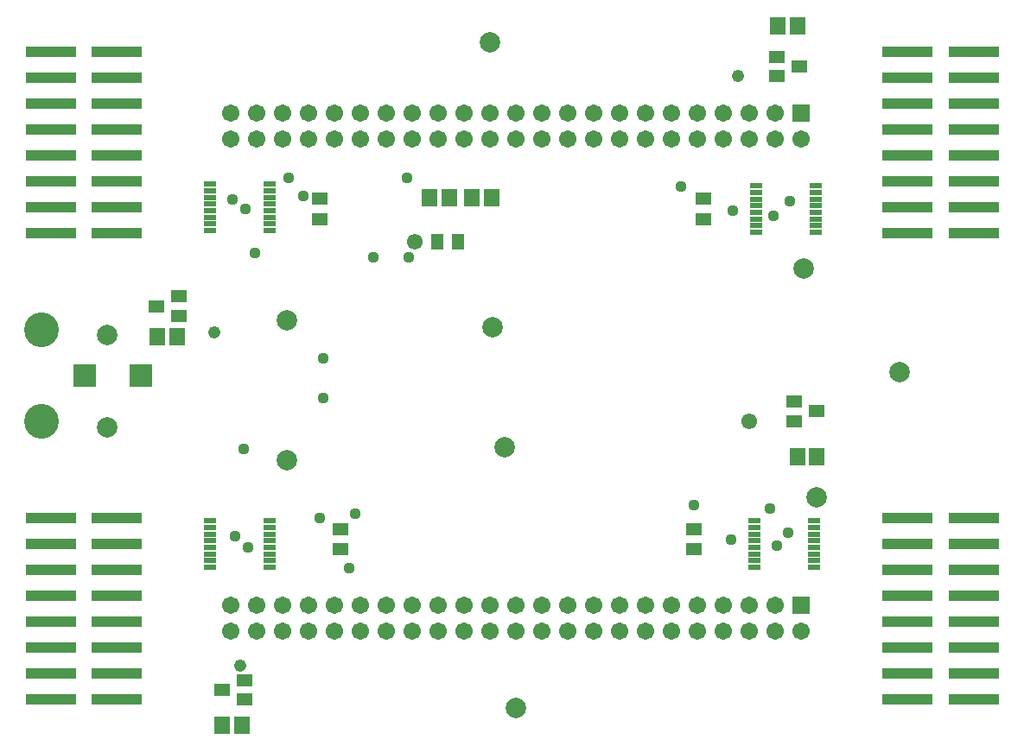
<source format=gts>
G75*
%MOIN*%
%OFA0B0*%
%FSLAX24Y24*%
%IPPOS*%
%LPD*%
%AMOC8*
5,1,8,0,0,1.08239X$1,22.5*
%
%ADD10R,0.0592X0.0671*%
%ADD11R,0.0907X0.0907*%
%ADD12C,0.1340*%
%ADD13R,0.0631X0.0474*%
%ADD14R,0.0631X0.0513*%
%ADD15R,0.0513X0.0631*%
%ADD16R,0.0674X0.0674*%
%ADD17C,0.0674*%
%ADD18R,0.0470X0.0200*%
%ADD19R,0.1970X0.0430*%
%ADD20C,0.0789*%
%ADD21C,0.0476*%
%ADD22C,0.0611*%
%ADD23C,0.0437*%
D10*
X010897Y002400D03*
X011645Y002400D03*
X009145Y017400D03*
X008397Y017400D03*
X018897Y022775D03*
X019645Y022775D03*
X020522Y022775D03*
X021270Y022775D03*
X032334Y029400D03*
X033082Y029400D03*
X033084Y012775D03*
X033832Y012775D03*
D11*
X007748Y015900D03*
X005583Y015900D03*
D12*
X003930Y017672D03*
X003930Y014128D03*
D13*
X009204Y018213D03*
X009204Y018962D03*
X008338Y018588D03*
X011766Y004149D03*
X010900Y003775D03*
X011766Y003401D03*
X032963Y014151D03*
X032963Y014899D03*
X033829Y014525D03*
X032275Y027463D03*
X032275Y028212D03*
X033141Y027838D03*
D14*
X029458Y022731D03*
X029458Y021944D03*
X014646Y021944D03*
X014646Y022731D03*
X015458Y009981D03*
X015458Y009194D03*
X029083Y009194D03*
X029083Y009981D03*
D15*
X019977Y021088D03*
X019189Y021088D03*
D16*
X033208Y026025D03*
X033208Y007025D03*
D17*
X032208Y007025D03*
X031208Y007025D03*
X030208Y007025D03*
X029208Y007025D03*
X028208Y007025D03*
X027208Y007025D03*
X026208Y007025D03*
X025208Y007025D03*
X024208Y007025D03*
X023208Y007025D03*
X022208Y007025D03*
X021208Y007025D03*
X020208Y007025D03*
X019208Y007025D03*
X018208Y007025D03*
X017208Y007025D03*
X016208Y007025D03*
X015208Y007025D03*
X014208Y007025D03*
X013208Y007025D03*
X012208Y007025D03*
X011208Y007025D03*
X011208Y006025D03*
X012208Y006025D03*
X013208Y006025D03*
X014208Y006025D03*
X015208Y006025D03*
X016208Y006025D03*
X017208Y006025D03*
X018208Y006025D03*
X019208Y006025D03*
X020208Y006025D03*
X021208Y006025D03*
X022208Y006025D03*
X023208Y006025D03*
X024208Y006025D03*
X025208Y006025D03*
X026208Y006025D03*
X027208Y006025D03*
X028208Y006025D03*
X029208Y006025D03*
X030208Y006025D03*
X031208Y006025D03*
X032208Y006025D03*
X033208Y006025D03*
X033208Y025025D03*
X032208Y025025D03*
X031208Y025025D03*
X030208Y025025D03*
X029208Y025025D03*
X028208Y025025D03*
X027208Y025025D03*
X026208Y025025D03*
X025208Y025025D03*
X024208Y025025D03*
X023208Y025025D03*
X022208Y025025D03*
X021208Y025025D03*
X020208Y025025D03*
X019208Y025025D03*
X018208Y025025D03*
X017208Y025025D03*
X016208Y025025D03*
X015208Y025025D03*
X014208Y025025D03*
X013208Y025025D03*
X012208Y025025D03*
X011208Y025025D03*
X011208Y026025D03*
X012208Y026025D03*
X013208Y026025D03*
X014208Y026025D03*
X015208Y026025D03*
X016208Y026025D03*
X017208Y026025D03*
X018208Y026025D03*
X019208Y026025D03*
X020208Y026025D03*
X021208Y026025D03*
X022208Y026025D03*
X023208Y026025D03*
X024208Y026025D03*
X025208Y026025D03*
X026208Y026025D03*
X027208Y026025D03*
X028208Y026025D03*
X029208Y026025D03*
X030208Y026025D03*
X031208Y026025D03*
X032208Y026025D03*
D18*
X031497Y023233D03*
X031497Y022977D03*
X031497Y022721D03*
X031497Y022465D03*
X031497Y022210D03*
X031497Y021954D03*
X031497Y021698D03*
X031497Y021442D03*
X033794Y021442D03*
X033794Y021698D03*
X033794Y021954D03*
X033794Y022210D03*
X033794Y022465D03*
X033794Y022721D03*
X033794Y022977D03*
X033794Y023233D03*
X033732Y010296D03*
X033732Y010040D03*
X033732Y009784D03*
X033732Y009528D03*
X033732Y009272D03*
X033732Y009016D03*
X033732Y008760D03*
X033732Y008504D03*
X031434Y008504D03*
X031434Y008760D03*
X031434Y009016D03*
X031434Y009272D03*
X031434Y009528D03*
X031434Y009784D03*
X031434Y010040D03*
X031434Y010296D03*
X012732Y010296D03*
X012732Y010040D03*
X012732Y009784D03*
X012732Y009528D03*
X012732Y009272D03*
X012732Y009016D03*
X012732Y008760D03*
X012732Y008504D03*
X010434Y008504D03*
X010434Y008760D03*
X010434Y009016D03*
X010434Y009272D03*
X010434Y009528D03*
X010434Y009784D03*
X010434Y010040D03*
X010434Y010296D03*
X010434Y021504D03*
X010434Y021760D03*
X010434Y022016D03*
X010434Y022272D03*
X010434Y022528D03*
X010434Y022784D03*
X010434Y023040D03*
X010434Y023296D03*
X012732Y023296D03*
X012732Y023040D03*
X012732Y022784D03*
X012732Y022528D03*
X012732Y022272D03*
X012732Y022016D03*
X012732Y021760D03*
X012732Y021504D03*
D19*
X004274Y003400D03*
X004274Y004400D03*
X004274Y005400D03*
X004274Y006400D03*
X004274Y007400D03*
X004274Y008400D03*
X004274Y009400D03*
X004274Y010400D03*
X006833Y010400D03*
X006833Y009400D03*
X006833Y008400D03*
X006833Y007400D03*
X006833Y006400D03*
X006833Y005400D03*
X006833Y004400D03*
X006833Y003400D03*
X006833Y021400D03*
X006833Y022400D03*
X006833Y023400D03*
X006833Y024400D03*
X006833Y025400D03*
X006833Y026400D03*
X006833Y027400D03*
X006833Y028400D03*
X004274Y028400D03*
X004274Y027400D03*
X004274Y026400D03*
X004274Y025400D03*
X004274Y024400D03*
X004274Y023400D03*
X004274Y022400D03*
X004274Y021400D03*
X037333Y021400D03*
X037333Y022400D03*
X037333Y023400D03*
X037333Y024400D03*
X037333Y025400D03*
X037333Y026400D03*
X037333Y027400D03*
X037333Y028400D03*
X039892Y028400D03*
X039892Y027400D03*
X039892Y026400D03*
X039892Y025400D03*
X039892Y024400D03*
X039892Y023400D03*
X039892Y022400D03*
X039892Y021400D03*
X039892Y010400D03*
X039892Y009400D03*
X039892Y008400D03*
X039892Y007400D03*
X039892Y006400D03*
X039892Y005400D03*
X039892Y004400D03*
X039892Y003400D03*
X037333Y003400D03*
X037333Y004400D03*
X037333Y005400D03*
X037333Y006400D03*
X037333Y007400D03*
X037333Y008400D03*
X037333Y009400D03*
X037333Y010400D03*
D20*
X033833Y011213D03*
X037021Y016025D03*
X033333Y020025D03*
X021771Y013150D03*
X021333Y017775D03*
X013396Y018025D03*
X006458Y017463D03*
X006458Y013900D03*
X013396Y012650D03*
X022208Y003088D03*
X021208Y028775D03*
D21*
X030771Y027463D03*
X010583Y017588D03*
X011583Y004713D03*
D22*
X031208Y014150D03*
X018333Y021088D03*
D23*
X018083Y020463D03*
X016708Y020463D03*
X014021Y022838D03*
X013458Y023525D03*
X011771Y022338D03*
X011271Y022713D03*
X012146Y020650D03*
X014771Y016588D03*
X014771Y015025D03*
X011708Y013088D03*
X014646Y010400D03*
X016021Y010588D03*
X015771Y008463D03*
X011896Y009275D03*
X011396Y009713D03*
X029083Y010900D03*
X030521Y009588D03*
X032021Y010775D03*
X032708Y009838D03*
X032271Y009338D03*
X032146Y022088D03*
X032771Y022650D03*
X030583Y022275D03*
X028583Y023213D03*
X018021Y023525D03*
M02*

</source>
